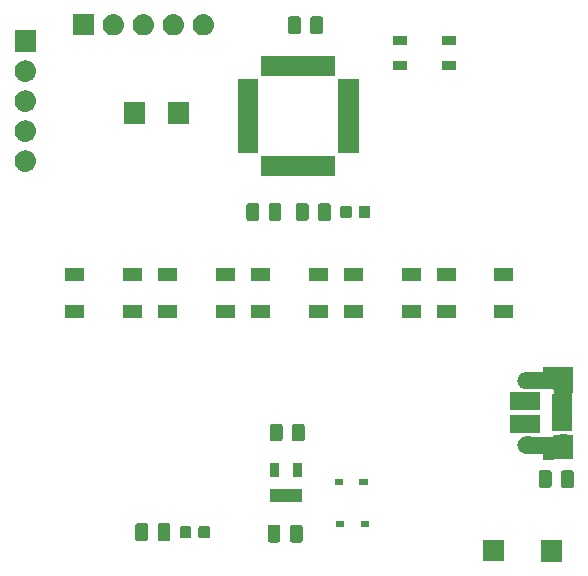
<source format=gbr>
G04 #@! TF.GenerationSoftware,KiCad,Pcbnew,(5.0.2)-1*
G04 #@! TF.CreationDate,2019-11-27T21:51:56-08:00*
G04 #@! TF.ProjectId,bsidessd,62736964-6573-4736-942e-6b696361645f,rev?*
G04 #@! TF.SameCoordinates,Original*
G04 #@! TF.FileFunction,Soldermask,Top*
G04 #@! TF.FilePolarity,Negative*
%FSLAX46Y46*%
G04 Gerber Fmt 4.6, Leading zero omitted, Abs format (unit mm)*
G04 Created by KiCad (PCBNEW (5.0.2)-1) date 11/27/2019 9:51:56 PM*
%MOMM*%
%LPD*%
G01*
G04 APERTURE LIST*
%ADD10C,0.100000*%
G04 APERTURE END LIST*
D10*
G36*
X198132000Y-147713000D02*
X196330000Y-147713000D01*
X196330000Y-145911000D01*
X198132000Y-145911000D01*
X198132000Y-147713000D01*
X198132000Y-147713000D01*
G37*
G36*
X193179000Y-147687600D02*
X191377000Y-147687600D01*
X191377000Y-145885600D01*
X193179000Y-145885600D01*
X193179000Y-147687600D01*
X193179000Y-147687600D01*
G37*
G36*
X174084866Y-144592365D02*
X174123537Y-144604096D01*
X174159179Y-144623148D01*
X174190417Y-144648783D01*
X174216052Y-144680021D01*
X174235104Y-144715663D01*
X174246835Y-144754334D01*
X174251400Y-144800688D01*
X174251400Y-145876912D01*
X174246835Y-145923266D01*
X174235104Y-145961937D01*
X174216052Y-145997579D01*
X174190417Y-146028817D01*
X174159179Y-146054452D01*
X174123537Y-146073504D01*
X174084866Y-146085235D01*
X174038512Y-146089800D01*
X173387288Y-146089800D01*
X173340934Y-146085235D01*
X173302263Y-146073504D01*
X173266621Y-146054452D01*
X173235383Y-146028817D01*
X173209748Y-145997579D01*
X173190696Y-145961937D01*
X173178965Y-145923266D01*
X173174400Y-145876912D01*
X173174400Y-144800688D01*
X173178965Y-144754334D01*
X173190696Y-144715663D01*
X173209748Y-144680021D01*
X173235383Y-144648783D01*
X173266621Y-144623148D01*
X173302263Y-144604096D01*
X173340934Y-144592365D01*
X173387288Y-144587800D01*
X174038512Y-144587800D01*
X174084866Y-144592365D01*
X174084866Y-144592365D01*
G37*
G36*
X175959866Y-144592365D02*
X175998537Y-144604096D01*
X176034179Y-144623148D01*
X176065417Y-144648783D01*
X176091052Y-144680021D01*
X176110104Y-144715663D01*
X176121835Y-144754334D01*
X176126400Y-144800688D01*
X176126400Y-145876912D01*
X176121835Y-145923266D01*
X176110104Y-145961937D01*
X176091052Y-145997579D01*
X176065417Y-146028817D01*
X176034179Y-146054452D01*
X175998537Y-146073504D01*
X175959866Y-146085235D01*
X175913512Y-146089800D01*
X175262288Y-146089800D01*
X175215934Y-146085235D01*
X175177263Y-146073504D01*
X175141621Y-146054452D01*
X175110383Y-146028817D01*
X175084748Y-145997579D01*
X175065696Y-145961937D01*
X175053965Y-145923266D01*
X175049400Y-145876912D01*
X175049400Y-144800688D01*
X175053965Y-144754334D01*
X175065696Y-144715663D01*
X175084748Y-144680021D01*
X175110383Y-144648783D01*
X175141621Y-144623148D01*
X175177263Y-144604096D01*
X175215934Y-144592365D01*
X175262288Y-144587800D01*
X175913512Y-144587800D01*
X175959866Y-144592365D01*
X175959866Y-144592365D01*
G37*
G36*
X164758466Y-144465365D02*
X164797137Y-144477096D01*
X164832779Y-144496148D01*
X164864017Y-144521783D01*
X164889652Y-144553021D01*
X164908704Y-144588663D01*
X164920435Y-144627334D01*
X164925000Y-144673688D01*
X164925000Y-145749912D01*
X164920435Y-145796266D01*
X164908704Y-145834937D01*
X164889652Y-145870579D01*
X164864017Y-145901817D01*
X164832779Y-145927452D01*
X164797137Y-145946504D01*
X164758466Y-145958235D01*
X164712112Y-145962800D01*
X164060888Y-145962800D01*
X164014534Y-145958235D01*
X163975863Y-145946504D01*
X163940221Y-145927452D01*
X163908983Y-145901817D01*
X163883348Y-145870579D01*
X163864296Y-145834937D01*
X163852565Y-145796266D01*
X163848000Y-145749912D01*
X163848000Y-144673688D01*
X163852565Y-144627334D01*
X163864296Y-144588663D01*
X163883348Y-144553021D01*
X163908983Y-144521783D01*
X163940221Y-144496148D01*
X163975863Y-144477096D01*
X164014534Y-144465365D01*
X164060888Y-144460800D01*
X164712112Y-144460800D01*
X164758466Y-144465365D01*
X164758466Y-144465365D01*
G37*
G36*
X162883466Y-144465365D02*
X162922137Y-144477096D01*
X162957779Y-144496148D01*
X162989017Y-144521783D01*
X163014652Y-144553021D01*
X163033704Y-144588663D01*
X163045435Y-144627334D01*
X163050000Y-144673688D01*
X163050000Y-145749912D01*
X163045435Y-145796266D01*
X163033704Y-145834937D01*
X163014652Y-145870579D01*
X162989017Y-145901817D01*
X162957779Y-145927452D01*
X162922137Y-145946504D01*
X162883466Y-145958235D01*
X162837112Y-145962800D01*
X162185888Y-145962800D01*
X162139534Y-145958235D01*
X162100863Y-145946504D01*
X162065221Y-145927452D01*
X162033983Y-145901817D01*
X162008348Y-145870579D01*
X161989296Y-145834937D01*
X161977565Y-145796266D01*
X161973000Y-145749912D01*
X161973000Y-144673688D01*
X161977565Y-144627334D01*
X161989296Y-144588663D01*
X162008348Y-144553021D01*
X162033983Y-144521783D01*
X162065221Y-144496148D01*
X162100863Y-144477096D01*
X162139534Y-144465365D01*
X162185888Y-144460800D01*
X162837112Y-144460800D01*
X162883466Y-144465365D01*
X162883466Y-144465365D01*
G37*
G36*
X168134591Y-144689885D02*
X168168569Y-144700193D01*
X168199887Y-144716933D01*
X168227339Y-144739461D01*
X168249867Y-144766913D01*
X168266607Y-144798231D01*
X168276915Y-144832209D01*
X168281000Y-144873690D01*
X168281000Y-145549910D01*
X168276915Y-145591391D01*
X168266607Y-145625369D01*
X168249867Y-145656687D01*
X168227339Y-145684139D01*
X168199887Y-145706667D01*
X168168569Y-145723407D01*
X168134591Y-145733715D01*
X168093110Y-145737800D01*
X167491890Y-145737800D01*
X167450409Y-145733715D01*
X167416431Y-145723407D01*
X167385113Y-145706667D01*
X167357661Y-145684139D01*
X167335133Y-145656687D01*
X167318393Y-145625369D01*
X167308085Y-145591391D01*
X167304000Y-145549910D01*
X167304000Y-144873690D01*
X167308085Y-144832209D01*
X167318393Y-144798231D01*
X167335133Y-144766913D01*
X167357661Y-144739461D01*
X167385113Y-144716933D01*
X167416431Y-144700193D01*
X167450409Y-144689885D01*
X167491890Y-144685800D01*
X168093110Y-144685800D01*
X168134591Y-144689885D01*
X168134591Y-144689885D01*
G37*
G36*
X166559591Y-144689885D02*
X166593569Y-144700193D01*
X166624887Y-144716933D01*
X166652339Y-144739461D01*
X166674867Y-144766913D01*
X166691607Y-144798231D01*
X166701915Y-144832209D01*
X166706000Y-144873690D01*
X166706000Y-145549910D01*
X166701915Y-145591391D01*
X166691607Y-145625369D01*
X166674867Y-145656687D01*
X166652339Y-145684139D01*
X166624887Y-145706667D01*
X166593569Y-145723407D01*
X166559591Y-145733715D01*
X166518110Y-145737800D01*
X165916890Y-145737800D01*
X165875409Y-145733715D01*
X165841431Y-145723407D01*
X165810113Y-145706667D01*
X165782661Y-145684139D01*
X165760133Y-145656687D01*
X165743393Y-145625369D01*
X165733085Y-145591391D01*
X165729000Y-145549910D01*
X165729000Y-144873690D01*
X165733085Y-144832209D01*
X165743393Y-144798231D01*
X165760133Y-144766913D01*
X165782661Y-144739461D01*
X165810113Y-144716933D01*
X165841431Y-144700193D01*
X165875409Y-144689885D01*
X165916890Y-144685800D01*
X166518110Y-144685800D01*
X166559591Y-144689885D01*
X166559591Y-144689885D01*
G37*
G36*
X179641000Y-144802000D02*
X178939000Y-144802000D01*
X178939000Y-144250000D01*
X179641000Y-144250000D01*
X179641000Y-144802000D01*
X179641000Y-144802000D01*
G37*
G36*
X181741000Y-144802000D02*
X181039000Y-144802000D01*
X181039000Y-144250000D01*
X181741000Y-144250000D01*
X181741000Y-144802000D01*
X181741000Y-144802000D01*
G37*
G36*
X176052600Y-142701800D02*
X173400600Y-142701800D01*
X173400600Y-141539800D01*
X176052600Y-141539800D01*
X176052600Y-142701800D01*
X176052600Y-142701800D01*
G37*
G36*
X198921466Y-139969565D02*
X198960137Y-139981296D01*
X198995779Y-140000348D01*
X199027017Y-140025983D01*
X199052652Y-140057221D01*
X199071704Y-140092863D01*
X199083435Y-140131534D01*
X199088000Y-140177888D01*
X199088000Y-141254112D01*
X199083435Y-141300466D01*
X199071704Y-141339137D01*
X199052652Y-141374779D01*
X199027017Y-141406017D01*
X198995779Y-141431652D01*
X198960137Y-141450704D01*
X198921466Y-141462435D01*
X198875112Y-141467000D01*
X198223888Y-141467000D01*
X198177534Y-141462435D01*
X198138863Y-141450704D01*
X198103221Y-141431652D01*
X198071983Y-141406017D01*
X198046348Y-141374779D01*
X198027296Y-141339137D01*
X198015565Y-141300466D01*
X198011000Y-141254112D01*
X198011000Y-140177888D01*
X198015565Y-140131534D01*
X198027296Y-140092863D01*
X198046348Y-140057221D01*
X198071983Y-140025983D01*
X198103221Y-140000348D01*
X198138863Y-139981296D01*
X198177534Y-139969565D01*
X198223888Y-139965000D01*
X198875112Y-139965000D01*
X198921466Y-139969565D01*
X198921466Y-139969565D01*
G37*
G36*
X197046466Y-139969565D02*
X197085137Y-139981296D01*
X197120779Y-140000348D01*
X197152017Y-140025983D01*
X197177652Y-140057221D01*
X197196704Y-140092863D01*
X197208435Y-140131534D01*
X197213000Y-140177888D01*
X197213000Y-141254112D01*
X197208435Y-141300466D01*
X197196704Y-141339137D01*
X197177652Y-141374779D01*
X197152017Y-141406017D01*
X197120779Y-141431652D01*
X197085137Y-141450704D01*
X197046466Y-141462435D01*
X197000112Y-141467000D01*
X196348888Y-141467000D01*
X196302534Y-141462435D01*
X196263863Y-141450704D01*
X196228221Y-141431652D01*
X196196983Y-141406017D01*
X196171348Y-141374779D01*
X196152296Y-141339137D01*
X196140565Y-141300466D01*
X196136000Y-141254112D01*
X196136000Y-140177888D01*
X196140565Y-140131534D01*
X196152296Y-140092863D01*
X196171348Y-140057221D01*
X196196983Y-140025983D01*
X196228221Y-140000348D01*
X196263863Y-139981296D01*
X196302534Y-139969565D01*
X196348888Y-139965000D01*
X197000112Y-139965000D01*
X197046466Y-139969565D01*
X197046466Y-139969565D01*
G37*
G36*
X179539400Y-141246000D02*
X178837400Y-141246000D01*
X178837400Y-140694000D01*
X179539400Y-140694000D01*
X179539400Y-141246000D01*
X179539400Y-141246000D01*
G37*
G36*
X181639400Y-141246000D02*
X180937400Y-141246000D01*
X180937400Y-140694000D01*
X181639400Y-140694000D01*
X181639400Y-141246000D01*
X181639400Y-141246000D01*
G37*
G36*
X174152600Y-140501800D02*
X173400600Y-140501800D01*
X173400600Y-139339800D01*
X174152600Y-139339800D01*
X174152600Y-140501800D01*
X174152600Y-140501800D01*
G37*
G36*
X176052600Y-140501800D02*
X175300600Y-140501800D01*
X175300600Y-139339800D01*
X176052600Y-139339800D01*
X176052600Y-140501800D01*
X176052600Y-140501800D01*
G37*
G36*
X198544818Y-136930696D02*
X198597300Y-136946617D01*
X198621333Y-136951398D01*
X198633586Y-136952000D01*
X199028000Y-136952000D01*
X199028000Y-137487341D01*
X199028602Y-137499593D01*
X199030907Y-137523000D01*
X199028602Y-137546407D01*
X199028000Y-137558659D01*
X199028000Y-139054000D01*
X197433000Y-139054000D01*
X197408614Y-139056402D01*
X197385165Y-139063515D01*
X197379580Y-139066500D01*
X196506000Y-139066500D01*
X196506000Y-138704000D01*
X196503598Y-138679614D01*
X196496485Y-138656165D01*
X196484934Y-138634554D01*
X196469388Y-138615612D01*
X196450446Y-138600066D01*
X196428835Y-138588515D01*
X196405386Y-138581402D01*
X196381000Y-138579000D01*
X195052651Y-138579000D01*
X195050446Y-138577190D01*
X195028835Y-138565639D01*
X194993252Y-138556726D01*
X194992159Y-138556618D01*
X194909679Y-138548495D01*
X194772828Y-138506981D01*
X194772826Y-138506980D01*
X194772823Y-138506979D01*
X194646704Y-138439568D01*
X194536157Y-138348843D01*
X194445432Y-138238296D01*
X194378021Y-138112177D01*
X194368544Y-138080937D01*
X194336505Y-137975321D01*
X194322488Y-137833000D01*
X194336505Y-137690679D01*
X194378019Y-137553828D01*
X194378020Y-137553826D01*
X194378021Y-137553823D01*
X194445432Y-137427704D01*
X194536157Y-137317157D01*
X194646704Y-137226432D01*
X194772823Y-137159021D01*
X194772826Y-137159020D01*
X194772828Y-137159019D01*
X194909679Y-137117505D01*
X194995009Y-137109101D01*
X195016340Y-137107000D01*
X195437660Y-137107000D01*
X195544322Y-137117505D01*
X195557876Y-137121617D01*
X195581909Y-137126398D01*
X195594162Y-137127000D01*
X197301000Y-137127000D01*
X197325386Y-137124598D01*
X197348835Y-137117485D01*
X197370446Y-137105934D01*
X197389388Y-137090388D01*
X197404934Y-137071446D01*
X197416485Y-137049835D01*
X197423598Y-137026386D01*
X197426000Y-137002000D01*
X197426000Y-136952000D01*
X197820414Y-136952000D01*
X197844800Y-136949598D01*
X197856700Y-136946617D01*
X197909182Y-136930696D01*
X197997481Y-136922000D01*
X198456519Y-136922000D01*
X198544818Y-136930696D01*
X198544818Y-136930696D01*
G37*
G36*
X174264966Y-136032565D02*
X174303637Y-136044296D01*
X174339279Y-136063348D01*
X174370517Y-136088983D01*
X174396152Y-136120221D01*
X174415204Y-136155863D01*
X174426935Y-136194534D01*
X174431500Y-136240888D01*
X174431500Y-137317112D01*
X174426935Y-137363466D01*
X174415204Y-137402137D01*
X174396152Y-137437779D01*
X174370517Y-137469017D01*
X174339279Y-137494652D01*
X174303637Y-137513704D01*
X174264966Y-137525435D01*
X174218612Y-137530000D01*
X173567388Y-137530000D01*
X173521034Y-137525435D01*
X173482363Y-137513704D01*
X173446721Y-137494652D01*
X173415483Y-137469017D01*
X173389848Y-137437779D01*
X173370796Y-137402137D01*
X173359065Y-137363466D01*
X173354500Y-137317112D01*
X173354500Y-136240888D01*
X173359065Y-136194534D01*
X173370796Y-136155863D01*
X173389848Y-136120221D01*
X173415483Y-136088983D01*
X173446721Y-136063348D01*
X173482363Y-136044296D01*
X173521034Y-136032565D01*
X173567388Y-136028000D01*
X174218612Y-136028000D01*
X174264966Y-136032565D01*
X174264966Y-136032565D01*
G37*
G36*
X176139966Y-136032565D02*
X176178637Y-136044296D01*
X176214279Y-136063348D01*
X176245517Y-136088983D01*
X176271152Y-136120221D01*
X176290204Y-136155863D01*
X176301935Y-136194534D01*
X176306500Y-136240888D01*
X176306500Y-137317112D01*
X176301935Y-137363466D01*
X176290204Y-137402137D01*
X176271152Y-137437779D01*
X176245517Y-137469017D01*
X176214279Y-137494652D01*
X176178637Y-137513704D01*
X176139966Y-137525435D01*
X176093612Y-137530000D01*
X175442388Y-137530000D01*
X175396034Y-137525435D01*
X175357363Y-137513704D01*
X175321721Y-137494652D01*
X175290483Y-137469017D01*
X175264848Y-137437779D01*
X175245796Y-137402137D01*
X175234065Y-137363466D01*
X175229500Y-137317112D01*
X175229500Y-136240888D01*
X175234065Y-136194534D01*
X175245796Y-136155863D01*
X175264848Y-136120221D01*
X175290483Y-136088983D01*
X175321721Y-136063348D01*
X175357363Y-136044296D01*
X175396034Y-136032565D01*
X175442388Y-136028000D01*
X176093612Y-136028000D01*
X176139966Y-136032565D01*
X176139966Y-136032565D01*
G37*
G36*
X196258000Y-136829000D02*
X193656000Y-136829000D01*
X193656000Y-135297000D01*
X196258000Y-135297000D01*
X196258000Y-136829000D01*
X196258000Y-136829000D01*
G37*
G36*
X197385165Y-131192485D02*
X197408614Y-131199598D01*
X197433000Y-131202000D01*
X199008000Y-131202000D01*
X199008000Y-132509379D01*
X199010402Y-132533765D01*
X199013383Y-132545665D01*
X199019304Y-132565182D01*
X199030907Y-132683000D01*
X199019304Y-132800818D01*
X199013383Y-132820335D01*
X199008602Y-132844368D01*
X199008000Y-132856621D01*
X199008000Y-133354761D01*
X199004066Y-133359554D01*
X198992515Y-133381165D01*
X198985402Y-133404614D01*
X198983000Y-133429000D01*
X198983000Y-136654000D01*
X197231000Y-136654000D01*
X197231000Y-133552000D01*
X197281000Y-133552000D01*
X197305386Y-133549598D01*
X197328835Y-133542485D01*
X197350446Y-133530934D01*
X197369388Y-133515388D01*
X197384934Y-133496446D01*
X197396485Y-133474835D01*
X197403598Y-133451386D01*
X197406000Y-133427000D01*
X197406000Y-133241500D01*
X197403598Y-133217114D01*
X197396485Y-133193665D01*
X197384934Y-133172054D01*
X197369388Y-133153112D01*
X197350446Y-133137566D01*
X197328835Y-133126015D01*
X197305386Y-133118902D01*
X197281000Y-133116500D01*
X196443774Y-133116500D01*
X196428835Y-133108515D01*
X196405386Y-133101402D01*
X196381000Y-133099000D01*
X195002330Y-133099000D01*
X194993252Y-133096726D01*
X194992159Y-133096618D01*
X194909679Y-133088495D01*
X194772828Y-133046981D01*
X194772826Y-133046980D01*
X194772823Y-133046979D01*
X194646704Y-132979568D01*
X194536157Y-132888843D01*
X194445432Y-132778296D01*
X194378021Y-132652177D01*
X194378019Y-132652172D01*
X194336505Y-132515321D01*
X194322488Y-132373000D01*
X194336505Y-132230679D01*
X194378019Y-132093828D01*
X194378020Y-132093826D01*
X194378021Y-132093823D01*
X194445432Y-131967704D01*
X194536157Y-131857157D01*
X194646704Y-131766432D01*
X194772823Y-131699021D01*
X194772826Y-131699020D01*
X194772828Y-131699019D01*
X194909679Y-131657505D01*
X194993252Y-131649274D01*
X195004686Y-131647000D01*
X196381000Y-131647000D01*
X196405386Y-131644598D01*
X196428835Y-131637485D01*
X196450446Y-131625934D01*
X196469388Y-131610388D01*
X196484934Y-131591446D01*
X196496485Y-131569835D01*
X196503598Y-131546386D01*
X196506000Y-131522000D01*
X196506000Y-131189500D01*
X197379580Y-131189500D01*
X197385165Y-131192485D01*
X197385165Y-131192485D01*
G37*
G36*
X196258000Y-134909000D02*
X193656000Y-134909000D01*
X193656000Y-133377000D01*
X196258000Y-133377000D01*
X196258000Y-134909000D01*
X196258000Y-134909000D01*
G37*
G36*
X178257000Y-127119000D02*
X176655000Y-127119000D01*
X176655000Y-126017000D01*
X178257000Y-126017000D01*
X178257000Y-127119000D01*
X178257000Y-127119000D01*
G37*
G36*
X193979600Y-127119000D02*
X192377600Y-127119000D01*
X192377600Y-126017000D01*
X193979600Y-126017000D01*
X193979600Y-127119000D01*
X193979600Y-127119000D01*
G37*
G36*
X189079600Y-127119000D02*
X187477600Y-127119000D01*
X187477600Y-126017000D01*
X189079600Y-126017000D01*
X189079600Y-127119000D01*
X189079600Y-127119000D01*
G37*
G36*
X181231000Y-127119000D02*
X179629000Y-127119000D01*
X179629000Y-126017000D01*
X181231000Y-126017000D01*
X181231000Y-127119000D01*
X181231000Y-127119000D01*
G37*
G36*
X186131000Y-127119000D02*
X184529000Y-127119000D01*
X184529000Y-126017000D01*
X186131000Y-126017000D01*
X186131000Y-127119000D01*
X186131000Y-127119000D01*
G37*
G36*
X157609000Y-127119000D02*
X156007000Y-127119000D01*
X156007000Y-126017000D01*
X157609000Y-126017000D01*
X157609000Y-127119000D01*
X157609000Y-127119000D01*
G37*
G36*
X162509000Y-127119000D02*
X160907000Y-127119000D01*
X160907000Y-126017000D01*
X162509000Y-126017000D01*
X162509000Y-127119000D01*
X162509000Y-127119000D01*
G37*
G36*
X170383000Y-127119000D02*
X168781000Y-127119000D01*
X168781000Y-126017000D01*
X170383000Y-126017000D01*
X170383000Y-127119000D01*
X170383000Y-127119000D01*
G37*
G36*
X173357000Y-127119000D02*
X171755000Y-127119000D01*
X171755000Y-126017000D01*
X173357000Y-126017000D01*
X173357000Y-127119000D01*
X173357000Y-127119000D01*
G37*
G36*
X165483000Y-127119000D02*
X163881000Y-127119000D01*
X163881000Y-126017000D01*
X165483000Y-126017000D01*
X165483000Y-127119000D01*
X165483000Y-127119000D01*
G37*
G36*
X189079600Y-123919000D02*
X187477600Y-123919000D01*
X187477600Y-122817000D01*
X189079600Y-122817000D01*
X189079600Y-123919000D01*
X189079600Y-123919000D01*
G37*
G36*
X157609000Y-123919000D02*
X156007000Y-123919000D01*
X156007000Y-122817000D01*
X157609000Y-122817000D01*
X157609000Y-123919000D01*
X157609000Y-123919000D01*
G37*
G36*
X162509000Y-123919000D02*
X160907000Y-123919000D01*
X160907000Y-122817000D01*
X162509000Y-122817000D01*
X162509000Y-123919000D01*
X162509000Y-123919000D01*
G37*
G36*
X178257000Y-123919000D02*
X176655000Y-123919000D01*
X176655000Y-122817000D01*
X178257000Y-122817000D01*
X178257000Y-123919000D01*
X178257000Y-123919000D01*
G37*
G36*
X173357000Y-123919000D02*
X171755000Y-123919000D01*
X171755000Y-122817000D01*
X173357000Y-122817000D01*
X173357000Y-123919000D01*
X173357000Y-123919000D01*
G37*
G36*
X165483000Y-123919000D02*
X163881000Y-123919000D01*
X163881000Y-122817000D01*
X165483000Y-122817000D01*
X165483000Y-123919000D01*
X165483000Y-123919000D01*
G37*
G36*
X186131000Y-123919000D02*
X184529000Y-123919000D01*
X184529000Y-122817000D01*
X186131000Y-122817000D01*
X186131000Y-123919000D01*
X186131000Y-123919000D01*
G37*
G36*
X170383000Y-123919000D02*
X168781000Y-123919000D01*
X168781000Y-122817000D01*
X170383000Y-122817000D01*
X170383000Y-123919000D01*
X170383000Y-123919000D01*
G37*
G36*
X193979600Y-123919000D02*
X192377600Y-123919000D01*
X192377600Y-122817000D01*
X193979600Y-122817000D01*
X193979600Y-123919000D01*
X193979600Y-123919000D01*
G37*
G36*
X181231000Y-123919000D02*
X179629000Y-123919000D01*
X179629000Y-122817000D01*
X181231000Y-122817000D01*
X181231000Y-123919000D01*
X181231000Y-123919000D01*
G37*
G36*
X176472466Y-117363565D02*
X176511137Y-117375296D01*
X176546779Y-117394348D01*
X176578017Y-117419983D01*
X176603652Y-117451221D01*
X176622704Y-117486863D01*
X176634435Y-117525534D01*
X176639000Y-117571888D01*
X176639000Y-118648112D01*
X176634435Y-118694466D01*
X176622704Y-118733137D01*
X176603652Y-118768779D01*
X176578017Y-118800017D01*
X176546779Y-118825652D01*
X176511137Y-118844704D01*
X176472466Y-118856435D01*
X176426112Y-118861000D01*
X175774888Y-118861000D01*
X175728534Y-118856435D01*
X175689863Y-118844704D01*
X175654221Y-118825652D01*
X175622983Y-118800017D01*
X175597348Y-118768779D01*
X175578296Y-118733137D01*
X175566565Y-118694466D01*
X175562000Y-118648112D01*
X175562000Y-117571888D01*
X175566565Y-117525534D01*
X175578296Y-117486863D01*
X175597348Y-117451221D01*
X175622983Y-117419983D01*
X175654221Y-117394348D01*
X175689863Y-117375296D01*
X175728534Y-117363565D01*
X175774888Y-117359000D01*
X176426112Y-117359000D01*
X176472466Y-117363565D01*
X176472466Y-117363565D01*
G37*
G36*
X178347466Y-117363565D02*
X178386137Y-117375296D01*
X178421779Y-117394348D01*
X178453017Y-117419983D01*
X178478652Y-117451221D01*
X178497704Y-117486863D01*
X178509435Y-117525534D01*
X178514000Y-117571888D01*
X178514000Y-118648112D01*
X178509435Y-118694466D01*
X178497704Y-118733137D01*
X178478652Y-118768779D01*
X178453017Y-118800017D01*
X178421779Y-118825652D01*
X178386137Y-118844704D01*
X178347466Y-118856435D01*
X178301112Y-118861000D01*
X177649888Y-118861000D01*
X177603534Y-118856435D01*
X177564863Y-118844704D01*
X177529221Y-118825652D01*
X177497983Y-118800017D01*
X177472348Y-118768779D01*
X177453296Y-118733137D01*
X177441565Y-118694466D01*
X177437000Y-118648112D01*
X177437000Y-117571888D01*
X177441565Y-117525534D01*
X177453296Y-117486863D01*
X177472348Y-117451221D01*
X177497983Y-117419983D01*
X177529221Y-117394348D01*
X177564863Y-117375296D01*
X177603534Y-117363565D01*
X177649888Y-117359000D01*
X178301112Y-117359000D01*
X178347466Y-117363565D01*
X178347466Y-117363565D01*
G37*
G36*
X174156466Y-117363565D02*
X174195137Y-117375296D01*
X174230779Y-117394348D01*
X174262017Y-117419983D01*
X174287652Y-117451221D01*
X174306704Y-117486863D01*
X174318435Y-117525534D01*
X174323000Y-117571888D01*
X174323000Y-118648112D01*
X174318435Y-118694466D01*
X174306704Y-118733137D01*
X174287652Y-118768779D01*
X174262017Y-118800017D01*
X174230779Y-118825652D01*
X174195137Y-118844704D01*
X174156466Y-118856435D01*
X174110112Y-118861000D01*
X173458888Y-118861000D01*
X173412534Y-118856435D01*
X173373863Y-118844704D01*
X173338221Y-118825652D01*
X173306983Y-118800017D01*
X173281348Y-118768779D01*
X173262296Y-118733137D01*
X173250565Y-118694466D01*
X173246000Y-118648112D01*
X173246000Y-117571888D01*
X173250565Y-117525534D01*
X173262296Y-117486863D01*
X173281348Y-117451221D01*
X173306983Y-117419983D01*
X173338221Y-117394348D01*
X173373863Y-117375296D01*
X173412534Y-117363565D01*
X173458888Y-117359000D01*
X174110112Y-117359000D01*
X174156466Y-117363565D01*
X174156466Y-117363565D01*
G37*
G36*
X172281466Y-117363565D02*
X172320137Y-117375296D01*
X172355779Y-117394348D01*
X172387017Y-117419983D01*
X172412652Y-117451221D01*
X172431704Y-117486863D01*
X172443435Y-117525534D01*
X172448000Y-117571888D01*
X172448000Y-118648112D01*
X172443435Y-118694466D01*
X172431704Y-118733137D01*
X172412652Y-118768779D01*
X172387017Y-118800017D01*
X172355779Y-118825652D01*
X172320137Y-118844704D01*
X172281466Y-118856435D01*
X172235112Y-118861000D01*
X171583888Y-118861000D01*
X171537534Y-118856435D01*
X171498863Y-118844704D01*
X171463221Y-118825652D01*
X171431983Y-118800017D01*
X171406348Y-118768779D01*
X171387296Y-118733137D01*
X171375565Y-118694466D01*
X171371000Y-118648112D01*
X171371000Y-117571888D01*
X171375565Y-117525534D01*
X171387296Y-117486863D01*
X171406348Y-117451221D01*
X171431983Y-117419983D01*
X171463221Y-117394348D01*
X171498863Y-117375296D01*
X171537534Y-117363565D01*
X171583888Y-117359000D01*
X172235112Y-117359000D01*
X172281466Y-117363565D01*
X172281466Y-117363565D01*
G37*
G36*
X181723591Y-117588085D02*
X181757569Y-117598393D01*
X181788887Y-117615133D01*
X181816339Y-117637661D01*
X181838867Y-117665113D01*
X181855607Y-117696431D01*
X181865915Y-117730409D01*
X181870000Y-117771890D01*
X181870000Y-118448110D01*
X181865915Y-118489591D01*
X181855607Y-118523569D01*
X181838867Y-118554887D01*
X181816339Y-118582339D01*
X181788887Y-118604867D01*
X181757569Y-118621607D01*
X181723591Y-118631915D01*
X181682110Y-118636000D01*
X181080890Y-118636000D01*
X181039409Y-118631915D01*
X181005431Y-118621607D01*
X180974113Y-118604867D01*
X180946661Y-118582339D01*
X180924133Y-118554887D01*
X180907393Y-118523569D01*
X180897085Y-118489591D01*
X180893000Y-118448110D01*
X180893000Y-117771890D01*
X180897085Y-117730409D01*
X180907393Y-117696431D01*
X180924133Y-117665113D01*
X180946661Y-117637661D01*
X180974113Y-117615133D01*
X181005431Y-117598393D01*
X181039409Y-117588085D01*
X181080890Y-117584000D01*
X181682110Y-117584000D01*
X181723591Y-117588085D01*
X181723591Y-117588085D01*
G37*
G36*
X180148591Y-117588085D02*
X180182569Y-117598393D01*
X180213887Y-117615133D01*
X180241339Y-117637661D01*
X180263867Y-117665113D01*
X180280607Y-117696431D01*
X180290915Y-117730409D01*
X180295000Y-117771890D01*
X180295000Y-118448110D01*
X180290915Y-118489591D01*
X180280607Y-118523569D01*
X180263867Y-118554887D01*
X180241339Y-118582339D01*
X180213887Y-118604867D01*
X180182569Y-118621607D01*
X180148591Y-118631915D01*
X180107110Y-118636000D01*
X179505890Y-118636000D01*
X179464409Y-118631915D01*
X179430431Y-118621607D01*
X179399113Y-118604867D01*
X179371661Y-118582339D01*
X179349133Y-118554887D01*
X179332393Y-118523569D01*
X179322085Y-118489591D01*
X179318000Y-118448110D01*
X179318000Y-117771890D01*
X179322085Y-117730409D01*
X179332393Y-117696431D01*
X179349133Y-117665113D01*
X179371661Y-117637661D01*
X179399113Y-117615133D01*
X179430431Y-117598393D01*
X179464409Y-117588085D01*
X179505890Y-117584000D01*
X180107110Y-117584000D01*
X180148591Y-117588085D01*
X180148591Y-117588085D01*
G37*
G36*
X178894000Y-115083000D02*
X172642000Y-115083000D01*
X172642000Y-113381000D01*
X178894000Y-113381000D01*
X178894000Y-115083000D01*
X178894000Y-115083000D01*
G37*
G36*
X152764442Y-112897518D02*
X152830627Y-112904037D01*
X152943853Y-112938384D01*
X153000467Y-112955557D01*
X153139087Y-113029652D01*
X153156991Y-113039222D01*
X153192729Y-113068552D01*
X153294186Y-113151814D01*
X153377448Y-113253271D01*
X153406778Y-113289009D01*
X153406779Y-113289011D01*
X153490443Y-113445533D01*
X153490443Y-113445534D01*
X153541963Y-113615373D01*
X153559359Y-113792000D01*
X153541963Y-113968627D01*
X153507616Y-114081853D01*
X153490443Y-114138467D01*
X153416348Y-114277087D01*
X153406778Y-114294991D01*
X153377448Y-114330729D01*
X153294186Y-114432186D01*
X153192729Y-114515448D01*
X153156991Y-114544778D01*
X153156989Y-114544779D01*
X153000467Y-114628443D01*
X152943853Y-114645616D01*
X152830627Y-114679963D01*
X152764443Y-114686481D01*
X152698260Y-114693000D01*
X152609740Y-114693000D01*
X152543557Y-114686481D01*
X152477373Y-114679963D01*
X152364147Y-114645616D01*
X152307533Y-114628443D01*
X152151011Y-114544779D01*
X152151009Y-114544778D01*
X152115271Y-114515448D01*
X152013814Y-114432186D01*
X151930552Y-114330729D01*
X151901222Y-114294991D01*
X151891652Y-114277087D01*
X151817557Y-114138467D01*
X151800384Y-114081853D01*
X151766037Y-113968627D01*
X151748641Y-113792000D01*
X151766037Y-113615373D01*
X151817557Y-113445534D01*
X151817557Y-113445533D01*
X151901221Y-113289011D01*
X151901222Y-113289009D01*
X151930552Y-113253271D01*
X152013814Y-113151814D01*
X152115271Y-113068552D01*
X152151009Y-113039222D01*
X152168913Y-113029652D01*
X152307533Y-112955557D01*
X152364147Y-112938384D01*
X152477373Y-112904037D01*
X152543558Y-112897518D01*
X152609740Y-112891000D01*
X152698260Y-112891000D01*
X152764442Y-112897518D01*
X152764442Y-112897518D01*
G37*
G36*
X172369000Y-113108000D02*
X170667000Y-113108000D01*
X170667000Y-106856000D01*
X172369000Y-106856000D01*
X172369000Y-113108000D01*
X172369000Y-113108000D01*
G37*
G36*
X180869000Y-113108000D02*
X179167000Y-113108000D01*
X179167000Y-106856000D01*
X180869000Y-106856000D01*
X180869000Y-113108000D01*
X180869000Y-113108000D01*
G37*
G36*
X152764443Y-110357519D02*
X152830627Y-110364037D01*
X152943853Y-110398384D01*
X153000467Y-110415557D01*
X153139087Y-110489652D01*
X153156991Y-110499222D01*
X153192729Y-110528552D01*
X153294186Y-110611814D01*
X153373123Y-110708000D01*
X153406778Y-110749009D01*
X153406779Y-110749011D01*
X153490443Y-110905533D01*
X153490443Y-110905534D01*
X153541963Y-111075373D01*
X153559359Y-111252000D01*
X153541963Y-111428627D01*
X153507616Y-111541853D01*
X153490443Y-111598467D01*
X153416348Y-111737087D01*
X153406778Y-111754991D01*
X153377448Y-111790729D01*
X153294186Y-111892186D01*
X153192729Y-111975448D01*
X153156991Y-112004778D01*
X153156989Y-112004779D01*
X153000467Y-112088443D01*
X152943853Y-112105616D01*
X152830627Y-112139963D01*
X152764443Y-112146481D01*
X152698260Y-112153000D01*
X152609740Y-112153000D01*
X152543557Y-112146481D01*
X152477373Y-112139963D01*
X152364147Y-112105616D01*
X152307533Y-112088443D01*
X152151011Y-112004779D01*
X152151009Y-112004778D01*
X152115271Y-111975448D01*
X152013814Y-111892186D01*
X151930552Y-111790729D01*
X151901222Y-111754991D01*
X151891652Y-111737087D01*
X151817557Y-111598467D01*
X151800384Y-111541853D01*
X151766037Y-111428627D01*
X151748641Y-111252000D01*
X151766037Y-111075373D01*
X151817557Y-110905534D01*
X151817557Y-110905533D01*
X151901221Y-110749011D01*
X151901222Y-110749009D01*
X151934877Y-110708000D01*
X152013814Y-110611814D01*
X152115271Y-110528552D01*
X152151009Y-110499222D01*
X152168913Y-110489652D01*
X152307533Y-110415557D01*
X152364147Y-110398384D01*
X152477373Y-110364037D01*
X152543557Y-110357519D01*
X152609740Y-110351000D01*
X152698260Y-110351000D01*
X152764443Y-110357519D01*
X152764443Y-110357519D01*
G37*
G36*
X166509000Y-110629000D02*
X164707000Y-110629000D01*
X164707000Y-108827000D01*
X166509000Y-108827000D01*
X166509000Y-110629000D01*
X166509000Y-110629000D01*
G37*
G36*
X162826000Y-110629000D02*
X161024000Y-110629000D01*
X161024000Y-108827000D01*
X162826000Y-108827000D01*
X162826000Y-110629000D01*
X162826000Y-110629000D01*
G37*
G36*
X152764443Y-107817519D02*
X152830627Y-107824037D01*
X152943853Y-107858384D01*
X153000467Y-107875557D01*
X153139087Y-107949652D01*
X153156991Y-107959222D01*
X153192729Y-107988552D01*
X153294186Y-108071814D01*
X153377448Y-108173271D01*
X153406778Y-108209009D01*
X153406779Y-108209011D01*
X153490443Y-108365533D01*
X153490443Y-108365534D01*
X153541963Y-108535373D01*
X153559359Y-108712000D01*
X153541963Y-108888627D01*
X153507616Y-109001853D01*
X153490443Y-109058467D01*
X153416348Y-109197087D01*
X153406778Y-109214991D01*
X153377448Y-109250729D01*
X153294186Y-109352186D01*
X153192729Y-109435448D01*
X153156991Y-109464778D01*
X153156989Y-109464779D01*
X153000467Y-109548443D01*
X152943853Y-109565616D01*
X152830627Y-109599963D01*
X152764442Y-109606482D01*
X152698260Y-109613000D01*
X152609740Y-109613000D01*
X152543558Y-109606482D01*
X152477373Y-109599963D01*
X152364147Y-109565616D01*
X152307533Y-109548443D01*
X152151011Y-109464779D01*
X152151009Y-109464778D01*
X152115271Y-109435448D01*
X152013814Y-109352186D01*
X151930552Y-109250729D01*
X151901222Y-109214991D01*
X151891652Y-109197087D01*
X151817557Y-109058467D01*
X151800384Y-109001853D01*
X151766037Y-108888627D01*
X151748641Y-108712000D01*
X151766037Y-108535373D01*
X151817557Y-108365534D01*
X151817557Y-108365533D01*
X151901221Y-108209011D01*
X151901222Y-108209009D01*
X151930552Y-108173271D01*
X152013814Y-108071814D01*
X152115271Y-107988552D01*
X152151009Y-107959222D01*
X152168913Y-107949652D01*
X152307533Y-107875557D01*
X152364147Y-107858384D01*
X152477373Y-107824037D01*
X152543557Y-107817519D01*
X152609740Y-107811000D01*
X152698260Y-107811000D01*
X152764443Y-107817519D01*
X152764443Y-107817519D01*
G37*
G36*
X152764443Y-105277519D02*
X152830627Y-105284037D01*
X152943853Y-105318384D01*
X153000467Y-105335557D01*
X153139087Y-105409652D01*
X153156991Y-105419222D01*
X153192729Y-105448552D01*
X153294186Y-105531814D01*
X153377448Y-105633271D01*
X153406778Y-105669009D01*
X153406779Y-105669011D01*
X153490443Y-105825533D01*
X153490443Y-105825534D01*
X153541963Y-105995373D01*
X153559359Y-106172000D01*
X153541963Y-106348627D01*
X153507616Y-106461853D01*
X153490443Y-106518467D01*
X153455949Y-106583000D01*
X153406778Y-106674991D01*
X153377448Y-106710729D01*
X153294186Y-106812186D01*
X153192729Y-106895448D01*
X153156991Y-106924778D01*
X153156989Y-106924779D01*
X153000467Y-107008443D01*
X152943853Y-107025616D01*
X152830627Y-107059963D01*
X152764443Y-107066481D01*
X152698260Y-107073000D01*
X152609740Y-107073000D01*
X152543557Y-107066481D01*
X152477373Y-107059963D01*
X152364147Y-107025616D01*
X152307533Y-107008443D01*
X152151011Y-106924779D01*
X152151009Y-106924778D01*
X152115271Y-106895448D01*
X152013814Y-106812186D01*
X151930552Y-106710729D01*
X151901222Y-106674991D01*
X151852051Y-106583000D01*
X151817557Y-106518467D01*
X151800384Y-106461853D01*
X151766037Y-106348627D01*
X151748641Y-106172000D01*
X151766037Y-105995373D01*
X151817557Y-105825534D01*
X151817557Y-105825533D01*
X151901221Y-105669011D01*
X151901222Y-105669009D01*
X151930552Y-105633271D01*
X152013814Y-105531814D01*
X152115271Y-105448552D01*
X152151009Y-105419222D01*
X152168913Y-105409652D01*
X152307533Y-105335557D01*
X152364147Y-105318384D01*
X152477373Y-105284037D01*
X152543557Y-105277519D01*
X152609740Y-105271000D01*
X152698260Y-105271000D01*
X152764443Y-105277519D01*
X152764443Y-105277519D01*
G37*
G36*
X178894000Y-106583000D02*
X172642000Y-106583000D01*
X172642000Y-104881000D01*
X178894000Y-104881000D01*
X178894000Y-106583000D01*
X178894000Y-106583000D01*
G37*
G36*
X189087000Y-106099000D02*
X187935000Y-106099000D01*
X187935000Y-105347000D01*
X189087000Y-105347000D01*
X189087000Y-106099000D01*
X189087000Y-106099000D01*
G37*
G36*
X184937000Y-106099000D02*
X183785000Y-106099000D01*
X183785000Y-105347000D01*
X184937000Y-105347000D01*
X184937000Y-106099000D01*
X184937000Y-106099000D01*
G37*
G36*
X153555000Y-104533000D02*
X151753000Y-104533000D01*
X151753000Y-102731000D01*
X153555000Y-102731000D01*
X153555000Y-104533000D01*
X153555000Y-104533000D01*
G37*
G36*
X189087000Y-103949000D02*
X187935000Y-103949000D01*
X187935000Y-103197000D01*
X189087000Y-103197000D01*
X189087000Y-103949000D01*
X189087000Y-103949000D01*
G37*
G36*
X184937000Y-103949000D02*
X183785000Y-103949000D01*
X183785000Y-103197000D01*
X184937000Y-103197000D01*
X184937000Y-103949000D01*
X184937000Y-103949000D01*
G37*
G36*
X162746643Y-101365919D02*
X162812827Y-101372437D01*
X162926053Y-101406784D01*
X162982667Y-101423957D01*
X163121287Y-101498052D01*
X163139191Y-101507622D01*
X163172307Y-101534800D01*
X163276386Y-101620214D01*
X163342694Y-101701012D01*
X163388978Y-101757409D01*
X163388979Y-101757411D01*
X163472643Y-101913933D01*
X163472643Y-101913934D01*
X163524163Y-102083773D01*
X163541559Y-102260400D01*
X163524163Y-102437027D01*
X163489816Y-102550253D01*
X163472643Y-102606867D01*
X163398548Y-102745487D01*
X163388978Y-102763391D01*
X163359648Y-102799129D01*
X163276386Y-102900586D01*
X163184715Y-102975817D01*
X163139191Y-103013178D01*
X163139189Y-103013179D01*
X162982667Y-103096843D01*
X162926053Y-103114016D01*
X162812827Y-103148363D01*
X162746643Y-103154881D01*
X162680460Y-103161400D01*
X162591940Y-103161400D01*
X162525757Y-103154881D01*
X162459573Y-103148363D01*
X162346347Y-103114016D01*
X162289733Y-103096843D01*
X162133211Y-103013179D01*
X162133209Y-103013178D01*
X162087685Y-102975817D01*
X161996014Y-102900586D01*
X161912752Y-102799129D01*
X161883422Y-102763391D01*
X161873852Y-102745487D01*
X161799757Y-102606867D01*
X161782584Y-102550253D01*
X161748237Y-102437027D01*
X161730841Y-102260400D01*
X161748237Y-102083773D01*
X161799757Y-101913934D01*
X161799757Y-101913933D01*
X161883421Y-101757411D01*
X161883422Y-101757409D01*
X161929706Y-101701012D01*
X161996014Y-101620214D01*
X162100093Y-101534800D01*
X162133209Y-101507622D01*
X162151113Y-101498052D01*
X162289733Y-101423957D01*
X162346347Y-101406784D01*
X162459573Y-101372437D01*
X162525757Y-101365919D01*
X162591940Y-101359400D01*
X162680460Y-101359400D01*
X162746643Y-101365919D01*
X162746643Y-101365919D01*
G37*
G36*
X158457200Y-103161400D02*
X156655200Y-103161400D01*
X156655200Y-101359400D01*
X158457200Y-101359400D01*
X158457200Y-103161400D01*
X158457200Y-103161400D01*
G37*
G36*
X160206643Y-101365919D02*
X160272827Y-101372437D01*
X160386053Y-101406784D01*
X160442667Y-101423957D01*
X160581287Y-101498052D01*
X160599191Y-101507622D01*
X160632307Y-101534800D01*
X160736386Y-101620214D01*
X160802694Y-101701012D01*
X160848978Y-101757409D01*
X160848979Y-101757411D01*
X160932643Y-101913933D01*
X160932643Y-101913934D01*
X160984163Y-102083773D01*
X161001559Y-102260400D01*
X160984163Y-102437027D01*
X160949816Y-102550253D01*
X160932643Y-102606867D01*
X160858548Y-102745487D01*
X160848978Y-102763391D01*
X160819648Y-102799129D01*
X160736386Y-102900586D01*
X160644715Y-102975817D01*
X160599191Y-103013178D01*
X160599189Y-103013179D01*
X160442667Y-103096843D01*
X160386053Y-103114016D01*
X160272827Y-103148363D01*
X160206643Y-103154881D01*
X160140460Y-103161400D01*
X160051940Y-103161400D01*
X159985757Y-103154881D01*
X159919573Y-103148363D01*
X159806347Y-103114016D01*
X159749733Y-103096843D01*
X159593211Y-103013179D01*
X159593209Y-103013178D01*
X159547685Y-102975817D01*
X159456014Y-102900586D01*
X159372752Y-102799129D01*
X159343422Y-102763391D01*
X159333852Y-102745487D01*
X159259757Y-102606867D01*
X159242584Y-102550253D01*
X159208237Y-102437027D01*
X159190841Y-102260400D01*
X159208237Y-102083773D01*
X159259757Y-101913934D01*
X159259757Y-101913933D01*
X159343421Y-101757411D01*
X159343422Y-101757409D01*
X159389706Y-101701012D01*
X159456014Y-101620214D01*
X159560093Y-101534800D01*
X159593209Y-101507622D01*
X159611113Y-101498052D01*
X159749733Y-101423957D01*
X159806347Y-101406784D01*
X159919573Y-101372437D01*
X159985757Y-101365919D01*
X160051940Y-101359400D01*
X160140460Y-101359400D01*
X160206643Y-101365919D01*
X160206643Y-101365919D01*
G37*
G36*
X165286643Y-101365919D02*
X165352827Y-101372437D01*
X165466053Y-101406784D01*
X165522667Y-101423957D01*
X165661287Y-101498052D01*
X165679191Y-101507622D01*
X165712307Y-101534800D01*
X165816386Y-101620214D01*
X165882694Y-101701012D01*
X165928978Y-101757409D01*
X165928979Y-101757411D01*
X166012643Y-101913933D01*
X166012643Y-101913934D01*
X166064163Y-102083773D01*
X166081559Y-102260400D01*
X166064163Y-102437027D01*
X166029816Y-102550253D01*
X166012643Y-102606867D01*
X165938548Y-102745487D01*
X165928978Y-102763391D01*
X165899648Y-102799129D01*
X165816386Y-102900586D01*
X165724715Y-102975817D01*
X165679191Y-103013178D01*
X165679189Y-103013179D01*
X165522667Y-103096843D01*
X165466053Y-103114016D01*
X165352827Y-103148363D01*
X165286643Y-103154881D01*
X165220460Y-103161400D01*
X165131940Y-103161400D01*
X165065757Y-103154881D01*
X164999573Y-103148363D01*
X164886347Y-103114016D01*
X164829733Y-103096843D01*
X164673211Y-103013179D01*
X164673209Y-103013178D01*
X164627685Y-102975817D01*
X164536014Y-102900586D01*
X164452752Y-102799129D01*
X164423422Y-102763391D01*
X164413852Y-102745487D01*
X164339757Y-102606867D01*
X164322584Y-102550253D01*
X164288237Y-102437027D01*
X164270841Y-102260400D01*
X164288237Y-102083773D01*
X164339757Y-101913934D01*
X164339757Y-101913933D01*
X164423421Y-101757411D01*
X164423422Y-101757409D01*
X164469706Y-101701012D01*
X164536014Y-101620214D01*
X164640093Y-101534800D01*
X164673209Y-101507622D01*
X164691113Y-101498052D01*
X164829733Y-101423957D01*
X164886347Y-101406784D01*
X164999573Y-101372437D01*
X165065757Y-101365919D01*
X165131940Y-101359400D01*
X165220460Y-101359400D01*
X165286643Y-101365919D01*
X165286643Y-101365919D01*
G37*
G36*
X167826643Y-101365919D02*
X167892827Y-101372437D01*
X168006053Y-101406784D01*
X168062667Y-101423957D01*
X168201287Y-101498052D01*
X168219191Y-101507622D01*
X168252307Y-101534800D01*
X168356386Y-101620214D01*
X168422694Y-101701012D01*
X168468978Y-101757409D01*
X168468979Y-101757411D01*
X168552643Y-101913933D01*
X168552643Y-101913934D01*
X168604163Y-102083773D01*
X168621559Y-102260400D01*
X168604163Y-102437027D01*
X168569816Y-102550253D01*
X168552643Y-102606867D01*
X168478548Y-102745487D01*
X168468978Y-102763391D01*
X168439648Y-102799129D01*
X168356386Y-102900586D01*
X168264715Y-102975817D01*
X168219191Y-103013178D01*
X168219189Y-103013179D01*
X168062667Y-103096843D01*
X168006053Y-103114016D01*
X167892827Y-103148363D01*
X167826643Y-103154881D01*
X167760460Y-103161400D01*
X167671940Y-103161400D01*
X167605757Y-103154881D01*
X167539573Y-103148363D01*
X167426347Y-103114016D01*
X167369733Y-103096843D01*
X167213211Y-103013179D01*
X167213209Y-103013178D01*
X167167685Y-102975817D01*
X167076014Y-102900586D01*
X166992752Y-102799129D01*
X166963422Y-102763391D01*
X166953852Y-102745487D01*
X166879757Y-102606867D01*
X166862584Y-102550253D01*
X166828237Y-102437027D01*
X166810841Y-102260400D01*
X166828237Y-102083773D01*
X166879757Y-101913934D01*
X166879757Y-101913933D01*
X166963421Y-101757411D01*
X166963422Y-101757409D01*
X167009706Y-101701012D01*
X167076014Y-101620214D01*
X167180093Y-101534800D01*
X167213209Y-101507622D01*
X167231113Y-101498052D01*
X167369733Y-101423957D01*
X167426347Y-101406784D01*
X167539573Y-101372437D01*
X167605757Y-101365919D01*
X167671940Y-101359400D01*
X167760460Y-101359400D01*
X167826643Y-101365919D01*
X167826643Y-101365919D01*
G37*
G36*
X177687066Y-101539365D02*
X177725737Y-101551096D01*
X177761379Y-101570148D01*
X177792617Y-101595783D01*
X177818252Y-101627021D01*
X177837304Y-101662663D01*
X177849035Y-101701334D01*
X177853600Y-101747688D01*
X177853600Y-102823912D01*
X177849035Y-102870266D01*
X177837304Y-102908937D01*
X177818252Y-102944579D01*
X177792617Y-102975817D01*
X177761379Y-103001452D01*
X177725737Y-103020504D01*
X177687066Y-103032235D01*
X177640712Y-103036800D01*
X176989488Y-103036800D01*
X176943134Y-103032235D01*
X176904463Y-103020504D01*
X176868821Y-103001452D01*
X176837583Y-102975817D01*
X176811948Y-102944579D01*
X176792896Y-102908937D01*
X176781165Y-102870266D01*
X176776600Y-102823912D01*
X176776600Y-101747688D01*
X176781165Y-101701334D01*
X176792896Y-101662663D01*
X176811948Y-101627021D01*
X176837583Y-101595783D01*
X176868821Y-101570148D01*
X176904463Y-101551096D01*
X176943134Y-101539365D01*
X176989488Y-101534800D01*
X177640712Y-101534800D01*
X177687066Y-101539365D01*
X177687066Y-101539365D01*
G37*
G36*
X175812066Y-101539365D02*
X175850737Y-101551096D01*
X175886379Y-101570148D01*
X175917617Y-101595783D01*
X175943252Y-101627021D01*
X175962304Y-101662663D01*
X175974035Y-101701334D01*
X175978600Y-101747688D01*
X175978600Y-102823912D01*
X175974035Y-102870266D01*
X175962304Y-102908937D01*
X175943252Y-102944579D01*
X175917617Y-102975817D01*
X175886379Y-103001452D01*
X175850737Y-103020504D01*
X175812066Y-103032235D01*
X175765712Y-103036800D01*
X175114488Y-103036800D01*
X175068134Y-103032235D01*
X175029463Y-103020504D01*
X174993821Y-103001452D01*
X174962583Y-102975817D01*
X174936948Y-102944579D01*
X174917896Y-102908937D01*
X174906165Y-102870266D01*
X174901600Y-102823912D01*
X174901600Y-101747688D01*
X174906165Y-101701334D01*
X174917896Y-101662663D01*
X174936948Y-101627021D01*
X174962583Y-101595783D01*
X174993821Y-101570148D01*
X175029463Y-101551096D01*
X175068134Y-101539365D01*
X175114488Y-101534800D01*
X175765712Y-101534800D01*
X175812066Y-101539365D01*
X175812066Y-101539365D01*
G37*
M02*

</source>
